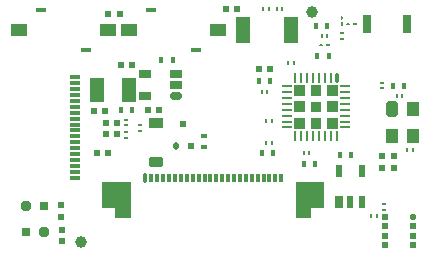
<source format=gtp>
G04*
G04 #@! TF.GenerationSoftware,Altium Limited,Altium Designer,22.10.1 (41)*
G04*
G04 Layer_Color=8421504*
%FSLAX44Y44*%
%MOMM*%
G71*
G04*
G04 #@! TF.SameCoordinates,27488822-8B8A-45CA-B0CB-A5C5B456CCF3*
G04*
G04*
G04 #@! TF.FilePolarity,Positive*
G04*
G01*
G75*
%ADD14R,0.4700X0.6000*%
G04:AMPARAMS|DCode=15|XSize=0.6mm|YSize=0.47mm|CornerRadius=0.1175mm|HoleSize=0mm|Usage=FLASHONLY|Rotation=90.000|XOffset=0mm|YOffset=0mm|HoleType=Round|Shape=RoundedRectangle|*
%AMROUNDEDRECTD15*
21,1,0.6000,0.2350,0,0,90.0*
21,1,0.3650,0.4700,0,0,90.0*
1,1,0.2350,0.1175,0.1825*
1,1,0.2350,0.1175,-0.1825*
1,1,0.2350,-0.1175,-0.1825*
1,1,0.2350,-0.1175,0.1825*
%
%ADD15ROUNDEDRECTD15*%
%ADD16R,0.9000X0.9000*%
%ADD17R,0.8100X0.2700*%
%ADD18R,0.2700X0.8100*%
G04:AMPARAMS|DCode=19|XSize=0.81mm|YSize=0.27mm|CornerRadius=0.0338mm|HoleSize=0mm|Usage=FLASHONLY|Rotation=270.000|XOffset=0mm|YOffset=0mm|HoleType=Round|Shape=RoundedRectangle|*
%AMROUNDEDRECTD19*
21,1,0.8100,0.2025,0,0,270.0*
21,1,0.7425,0.2700,0,0,270.0*
1,1,0.0675,-0.1013,-0.3713*
1,1,0.0675,-0.1013,0.3713*
1,1,0.0675,0.1013,0.3713*
1,1,0.0675,0.1013,-0.3713*
%
%ADD19ROUNDEDRECTD19*%
%ADD20R,0.3000X0.2500*%
%ADD21R,0.5000X0.6000*%
%ADD22R,0.2500X0.3000*%
%ADD23R,0.4500X0.6000*%
%ADD24R,0.6000X0.4500*%
%ADD25R,0.3000X0.2500*%
G04:AMPARAMS|DCode=26|XSize=0.3mm|YSize=0.25mm|CornerRadius=0.0625mm|HoleSize=0mm|Usage=FLASHONLY|Rotation=0.000|XOffset=0mm|YOffset=0mm|HoleType=Round|Shape=RoundedRectangle|*
%AMROUNDEDRECTD26*
21,1,0.3000,0.1250,0,0,0.0*
21,1,0.1750,0.2500,0,0,0.0*
1,1,0.1250,0.0875,-0.0625*
1,1,0.1250,-0.0875,-0.0625*
1,1,0.1250,-0.0875,0.0625*
1,1,0.1250,0.0875,0.0625*
%
%ADD26ROUNDEDRECTD26*%
%ADD27R,0.2500X0.3000*%
G04:AMPARAMS|DCode=28|XSize=0.3mm|YSize=0.25mm|CornerRadius=0.0625mm|HoleSize=0mm|Usage=FLASHONLY|Rotation=270.000|XOffset=0mm|YOffset=0mm|HoleType=Round|Shape=RoundedRectangle|*
%AMROUNDEDRECTD28*
21,1,0.3000,0.1250,0,0,270.0*
21,1,0.1750,0.2500,0,0,270.0*
1,1,0.1250,-0.0625,-0.0875*
1,1,0.1250,-0.0625,0.0875*
1,1,0.1250,0.0625,0.0875*
1,1,0.1250,0.0625,-0.0875*
%
%ADD28ROUNDEDRECTD28*%
G04:AMPARAMS|DCode=29|XSize=0.9144mm|YSize=1.2192mm|CornerRadius=0.2286mm|HoleSize=0mm|Usage=FLASHONLY|Rotation=90.000|XOffset=0mm|YOffset=0mm|HoleType=Round|Shape=RoundedRectangle|*
%AMROUNDEDRECTD29*
21,1,0.9144,0.7620,0,0,90.0*
21,1,0.4572,1.2192,0,0,90.0*
1,1,0.4572,0.3810,0.2286*
1,1,0.4572,0.3810,-0.2286*
1,1,0.4572,-0.3810,-0.2286*
1,1,0.4572,-0.3810,0.2286*
%
%ADD29ROUNDEDRECTD29*%
%ADD30R,1.2192X0.9144*%
%ADD31R,0.9000X0.3000*%
G04:AMPARAMS|DCode=32|XSize=0.3mm|YSize=0.9mm|CornerRadius=0.075mm|HoleSize=0mm|Usage=FLASHONLY|Rotation=270.000|XOffset=0mm|YOffset=0mm|HoleType=Round|Shape=RoundedRectangle|*
%AMROUNDEDRECTD32*
21,1,0.3000,0.7500,0,0,270.0*
21,1,0.1500,0.9000,0,0,270.0*
1,1,0.1500,-0.3750,-0.0750*
1,1,0.1500,-0.3750,0.0750*
1,1,0.1500,0.3750,0.0750*
1,1,0.1500,0.3750,-0.0750*
%
%ADD32ROUNDEDRECTD32*%
%ADD33R,0.6000X0.5000*%
%ADD34R,0.8000X0.8000*%
G04:AMPARAMS|DCode=35|XSize=0.8mm|YSize=0.8mm|CornerRadius=0.2mm|HoleSize=0mm|Usage=FLASHONLY|Rotation=180.000|XOffset=0mm|YOffset=0mm|HoleType=Round|Shape=RoundedRectangle|*
%AMROUNDEDRECTD35*
21,1,0.8000,0.4000,0,0,180.0*
21,1,0.4000,0.8000,0,0,180.0*
1,1,0.4000,-0.2000,0.2000*
1,1,0.4000,0.2000,0.2000*
1,1,0.4000,0.2000,-0.2000*
1,1,0.4000,-0.2000,-0.2000*
%
%ADD35ROUNDEDRECTD35*%
%ADD36C,1.0000*%
G04:AMPARAMS|DCode=37|XSize=0.3mm|YSize=0.8mm|CornerRadius=0.075mm|HoleSize=0mm|Usage=FLASHONLY|Rotation=180.000|XOffset=0mm|YOffset=0mm|HoleType=Round|Shape=RoundedRectangle|*
%AMROUNDEDRECTD37*
21,1,0.3000,0.6500,0,0,180.0*
21,1,0.1500,0.8000,0,0,180.0*
1,1,0.1500,-0.0750,0.3250*
1,1,0.1500,0.0750,0.3250*
1,1,0.1500,0.0750,-0.3250*
1,1,0.1500,-0.0750,-0.3250*
%
%ADD37ROUNDEDRECTD37*%
%ADD38R,0.3000X0.8000*%
%ADD39R,1.0000X1.0000*%
%ADD40R,1.4500X1.0000*%
%ADD41R,0.9000X0.4000*%
%ADD42R,1.0500X1.3000*%
G04:AMPARAMS|DCode=43|XSize=1.05mm|YSize=1.3mm|CornerRadius=0.2625mm|HoleSize=0mm|Usage=FLASHONLY|Rotation=0.000|XOffset=0mm|YOffset=0mm|HoleType=Round|Shape=RoundedRectangle|*
%AMROUNDEDRECTD43*
21,1,1.0500,0.7750,0,0,0.0*
21,1,0.5250,1.3000,0,0,0.0*
1,1,0.5250,0.2625,-0.3875*
1,1,0.5250,-0.2625,-0.3875*
1,1,0.5250,-0.2625,0.3875*
1,1,0.5250,0.2625,0.3875*
%
%ADD43ROUNDEDRECTD43*%
%ADD44R,1.2700X2.2098*%
%ADD45R,0.5000X0.5000*%
G04:AMPARAMS|DCode=46|XSize=0.5mm|YSize=0.5mm|CornerRadius=0.0625mm|HoleSize=0mm|Usage=FLASHONLY|Rotation=0.000|XOffset=0mm|YOffset=0mm|HoleType=Round|Shape=RoundedRectangle|*
%AMROUNDEDRECTD46*
21,1,0.5000,0.3750,0,0,0.0*
21,1,0.3750,0.5000,0,0,0.0*
1,1,0.1250,0.1875,-0.1875*
1,1,0.1250,-0.1875,-0.1875*
1,1,0.1250,-0.1875,0.1875*
1,1,0.1250,0.1875,0.1875*
%
%ADD46ROUNDEDRECTD46*%
G04:AMPARAMS|DCode=47|XSize=1mm|YSize=0.66mm|CornerRadius=0.165mm|HoleSize=0mm|Usage=FLASHONLY|Rotation=180.000|XOffset=0mm|YOffset=0mm|HoleType=Round|Shape=RoundedRectangle|*
%AMROUNDEDRECTD47*
21,1,1.0000,0.3300,0,0,180.0*
21,1,0.6700,0.6600,0,0,180.0*
1,1,0.3300,-0.3350,0.1650*
1,1,0.3300,0.3350,0.1650*
1,1,0.3300,0.3350,-0.1650*
1,1,0.3300,-0.3350,-0.1650*
%
%ADD47ROUNDEDRECTD47*%
%ADD48R,1.0000X0.6600*%
G04:AMPARAMS|DCode=49|XSize=1.1mm|YSize=0.6mm|CornerRadius=0.051mm|HoleSize=0mm|Usage=FLASHONLY|Rotation=90.000|XOffset=0mm|YOffset=0mm|HoleType=Round|Shape=RoundedRectangle|*
%AMROUNDEDRECTD49*
21,1,1.1000,0.4980,0,0,90.0*
21,1,0.9980,0.6000,0,0,90.0*
1,1,0.1020,0.2490,0.4990*
1,1,0.1020,0.2490,-0.4990*
1,1,0.1020,-0.2490,-0.4990*
1,1,0.1020,-0.2490,0.4990*
%
%ADD49ROUNDEDRECTD49*%
%ADD50R,0.6000X1.1000*%
%ADD51R,1.1430X2.0320*%
%ADD52R,0.8000X1.6000*%
G36*
X298500Y249500D02*
X289500D01*
Y258500D01*
X298500D01*
Y249500D01*
D02*
G37*
G36*
X284500D02*
X275500D01*
Y258500D01*
X284500D01*
Y249500D01*
D02*
G37*
G36*
X270500D02*
X261500D01*
Y258500D01*
X270500D01*
Y249500D01*
D02*
G37*
G36*
X298500Y235500D02*
X289500D01*
Y244500D01*
X298500D01*
Y235500D01*
D02*
G37*
G36*
X270500D02*
X261500D01*
Y244500D01*
X270500D01*
Y235500D01*
D02*
G37*
G36*
X298500Y221500D02*
X289500D01*
Y230500D01*
X298500D01*
Y221500D01*
D02*
G37*
G36*
X284500D02*
X275500D01*
Y230500D01*
X284500D01*
Y221500D01*
D02*
G37*
G36*
X270500D02*
X261500D01*
Y230500D01*
X270500D01*
Y221500D01*
D02*
G37*
G36*
X287000Y154115D02*
X276000D01*
Y145615D01*
X263000D01*
Y176115D01*
X287000D01*
Y154115D01*
D02*
G37*
G36*
X123000Y145615D02*
X110000D01*
Y154115D01*
X99000D01*
Y176115D01*
X123000D01*
Y145615D01*
D02*
G37*
D14*
X167640Y225400D02*
D03*
X174140Y206400D02*
D03*
D15*
X161140D02*
D03*
D16*
X280000Y240000D02*
D03*
D17*
X255500Y247500D02*
D03*
Y242500D02*
D03*
Y257500D02*
D03*
Y252500D02*
D03*
Y237500D02*
D03*
X304500Y257500D02*
D03*
Y252500D02*
D03*
Y247500D02*
D03*
Y242500D02*
D03*
X255500Y232500D02*
D03*
Y227500D02*
D03*
Y222500D02*
D03*
X304500Y237500D02*
D03*
Y232500D02*
D03*
Y227500D02*
D03*
Y222500D02*
D03*
D18*
X262500Y215500D02*
D03*
X267500D02*
D03*
X272500D02*
D03*
X277500D02*
D03*
X282500D02*
D03*
X287500D02*
D03*
X292500D02*
D03*
X297500D02*
D03*
X292500Y264500D02*
D03*
X287500D02*
D03*
X282500D02*
D03*
X277500D02*
D03*
X272500D02*
D03*
X267500D02*
D03*
X262500D02*
D03*
D19*
X297500D02*
D03*
D20*
X336000Y255625D02*
D03*
Y260375D02*
D03*
X130810Y219875D02*
D03*
Y224625D02*
D03*
X118680Y229185D02*
D03*
Y224435D02*
D03*
Y213935D02*
D03*
Y218685D02*
D03*
X301750Y302125D02*
D03*
Y297375D02*
D03*
X337250Y152875D02*
D03*
Y157625D02*
D03*
D21*
X346000Y198000D02*
D03*
X336000D02*
D03*
X241220Y271780D02*
D03*
X231220D02*
D03*
X113750Y318500D02*
D03*
X103750D02*
D03*
X114380Y275590D02*
D03*
X124380D02*
D03*
X137240Y237490D02*
D03*
X147240D02*
D03*
X91520Y236220D02*
D03*
X101520D02*
D03*
X101680Y226060D02*
D03*
X111680D02*
D03*
Y217060D02*
D03*
X101680D02*
D03*
X104060Y200660D02*
D03*
X94060D02*
D03*
X203280Y322580D02*
D03*
X213280D02*
D03*
X336000Y188000D02*
D03*
X346000D02*
D03*
D22*
X237655Y209550D02*
D03*
X242405D02*
D03*
X261290Y276860D02*
D03*
X256540D02*
D03*
X237650Y227924D02*
D03*
X242400D02*
D03*
X233845Y252730D02*
D03*
X238595D02*
D03*
X246545Y322580D02*
D03*
X251295D02*
D03*
X239865D02*
D03*
X235115D02*
D03*
X331305Y147320D02*
D03*
X326555D02*
D03*
X361625Y203000D02*
D03*
X356875D02*
D03*
X348375Y248750D02*
D03*
X353125D02*
D03*
X284645Y299720D02*
D03*
X289395D02*
D03*
X269570Y200660D02*
D03*
X274320D02*
D03*
D23*
X231470Y261620D02*
D03*
X240970D02*
D03*
X148920Y279400D02*
D03*
X158420D02*
D03*
X114630Y237490D02*
D03*
X124130D02*
D03*
X289230Y308610D02*
D03*
X279730D02*
D03*
X309550Y199390D02*
D03*
X300050D02*
D03*
X281000Y283210D02*
D03*
X290500D02*
D03*
X345250Y258000D02*
D03*
X354750D02*
D03*
X269570Y191770D02*
D03*
X279070D02*
D03*
X243510Y200660D02*
D03*
X234010D02*
D03*
D24*
X185420Y206070D02*
D03*
Y215570D02*
D03*
D25*
X312750Y310019D02*
D03*
X289770Y292100D02*
D03*
D26*
X307250Y310019D02*
D03*
X284270Y292100D02*
D03*
D27*
X302000Y310000D02*
D03*
D28*
Y315500D02*
D03*
D29*
X144780Y193167D02*
D03*
D30*
Y225933D02*
D03*
D31*
X76250Y255000D02*
D03*
Y245000D02*
D03*
Y235000D02*
D03*
Y225000D02*
D03*
Y215000D02*
D03*
Y205000D02*
D03*
Y195000D02*
D03*
Y185000D02*
D03*
Y190000D02*
D03*
Y200000D02*
D03*
Y210000D02*
D03*
Y220000D02*
D03*
Y230000D02*
D03*
Y240000D02*
D03*
Y250000D02*
D03*
Y260000D02*
D03*
Y180000D02*
D03*
D32*
Y265000D02*
D03*
D33*
X64500Y136000D02*
D03*
Y126000D02*
D03*
X64250Y147000D02*
D03*
Y157000D02*
D03*
D34*
X34000Y134000D02*
D03*
X50000Y156000D02*
D03*
D35*
X50000Y134000D02*
D03*
X34000Y156000D02*
D03*
D36*
X276860Y320040D02*
D03*
X81280Y125730D02*
D03*
D37*
X135500Y180120D02*
D03*
D38*
X140500D02*
D03*
X145500D02*
D03*
X150500D02*
D03*
X155500D02*
D03*
X160500D02*
D03*
X165500D02*
D03*
X170500D02*
D03*
X175500D02*
D03*
X180500D02*
D03*
X185500D02*
D03*
X190500D02*
D03*
X195500D02*
D03*
X200500D02*
D03*
X205500D02*
D03*
X210500D02*
D03*
X215500D02*
D03*
X220500D02*
D03*
X225500D02*
D03*
X230500D02*
D03*
X235500D02*
D03*
X240500D02*
D03*
X245500D02*
D03*
X250500D02*
D03*
D39*
X110500Y163865D02*
D03*
X275500D02*
D03*
D40*
X121250Y305000D02*
D03*
X196750D02*
D03*
X103750D02*
D03*
X28250D02*
D03*
D41*
X178000Y288000D02*
D03*
X140000Y322000D02*
D03*
X47000D02*
D03*
X85000Y288000D02*
D03*
D42*
X361750Y238250D02*
D03*
Y215250D02*
D03*
X344250D02*
D03*
D43*
Y238250D02*
D03*
D44*
X218440Y304800D02*
D03*
X259080D02*
D03*
D45*
X338000Y147000D02*
D03*
Y139000D02*
D03*
Y131000D02*
D03*
Y123000D02*
D03*
X362000D02*
D03*
Y131000D02*
D03*
Y139000D02*
D03*
D46*
Y147000D02*
D03*
D47*
X161290Y248920D02*
D03*
D48*
Y258420D02*
D03*
Y267920D02*
D03*
X135290D02*
D03*
Y248920D02*
D03*
D49*
X299500Y159750D02*
D03*
D50*
X309000D02*
D03*
X318500D02*
D03*
Y185750D02*
D03*
X299500D02*
D03*
D51*
X94615Y254000D02*
D03*
X121285D02*
D03*
D52*
X357000Y310000D02*
D03*
X323000D02*
D03*
M02*

</source>
